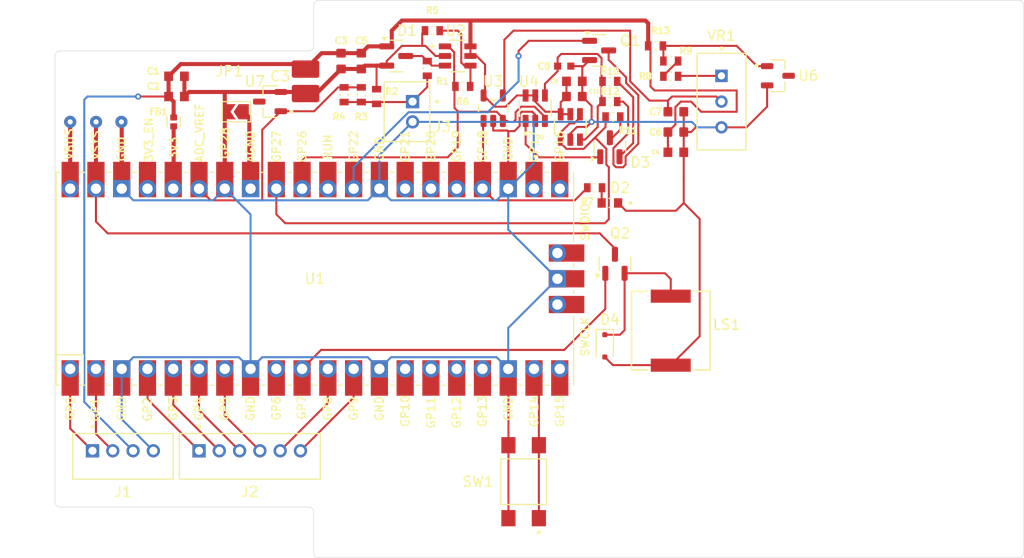
<source format=kicad_pcb>
(kicad_pcb (version 20240108) (generator "pcbnew") (generator_version "8.0")
  (layers (0 "F.Cu" signal) (31 "B.Cu" signal) (34 "B.Paste" user) (35 "F.Paste" user) (36 "B.SilkS" user "B.Silkscreen") (37 "F.SilkS" user "F.Silkscreen") (38 "B.Mask" user) (39 "F.Mask" user) (44 "Edge.Cuts" user))
  (net 0 "")
  (net 5 "unconnected-(U1-VBUS-Pad40)")
  (net 17 "GND")
  (net 26 "+5V")
  (net 32 "TX")
  (net 33 "SCL")
  (net 34 "RX")
  (net 35 "RST")
  (net 36 "UART1RX")
  (net 37 "INT")
  (net 38 "SDA")
  (net 39 "Net-(JP1-A)")
  (net 40 "TCKR")
  (net 41 "PEAK")
  (net 42 "SCK")
  (net 43 "UART1TX")
  (net 44 "SIG")
  (net 45 "CS")
  (net 46 "VREF")
  (net 47 "Net-(U1-3V3)")
  (net 48 "VCC")
  (net 49 "Net-(U3-IN-)")
  (net 50 "Net-(U4--IN)")
  (net 51 "Net-(D1-COM)")
  (net 52 "Net-(D2-PadA)")
  (net 53 "Net-(D3-A)")
  (net 54 "Net-(D3-K)")
  (net 55 "Net-(D3-COM)")
  (net 56 "Net-(D4-K)")
  (net 57 "ANODE")
  (net 58 "Net-(Q1-D)")
  (net 59 "Net-(U2--IN)")
  (net 60 "Net-(R8-Pad2)")
  (net 61 "Net-(VR1-CCW)")
  (net 62 "VREF1")
  (net 63 "Net-(U1-GPIO14)")
  (footprint "OPA357AIDBVR:SOT95P280X145-6N" (layer "F.Cu") (at 135.345 68.65 90)
    (property "Reference" "U4")
    (property "Value" "OPA357AIDBVR" (hide yes))
  )
  (footprint "B4B-PH-K-S_LF__SN_:JST_B4B-PH-K-S(LF)(SN)" (layer "F.Cu") (at 94.7 103 180)
    (property "Reference" "J1")
    (property "Value" "*")
  )
  (footprint "ERJ3EKF2103V:RES_ERJ3EKF2103V" (layer "F.Cu") (at 128.2 66.5 180)
    (property "Reference" "R6")
    (property "Value" "2.1k" (hide yes))
  )
  (footprint "ERJ3EKF2103V:RES_ERJ3EKF2103V" (layer "F.Cu") (at 124.7 64.725 90)
    (property "Reference" "R1")
    (property "Value" "100R" (hide yes))
  )
  (footprint "ERJ3EKF2103V:RES_ERJ3EKF2103V" (layer "F.Cu") (at 125.2 61)
    (property "Reference" "R5")
    (property "Value" "1k" (hide yes))
  )
  (footprint "ACML-0402HC-301-T:BEADC1005X65N" (layer "F.Cu") (at 99.7 70 90)
    (property "Reference" "FB1")
    (property "Value" "ACML-0402HC-301-T" (hide yes))
  )
  (footprint "LM4040AIM3-3_0-T:SOT95P237X112-3N" (layer "F.Cu") (at 159.26 65.45)
    (property "Reference" "U6")
    (property "Value" "LM4040AIM3-3.0+T" (hide yes))
  )
  (footprint "3296W-1-503LF:TRIM_3296W-1-503LF" (layer "F.Cu") (at 153.7 68 -90)
    (property "Reference" "VR1")
    (property "Value" "50k" (hide yes))
  )
  (footprint "CL10A226MP8NUNE:CAPC1608X90N" (layer "F.Cu") (at 139.2 66)
    (property "Reference" "C9")
    (property "Value" "22uF" (hide yes))
  )
  (footprint "ERJ3EKF2103V:RES_ERJ3EKF2103V" (layer "F.Cu") (at 148.7 65.5 180)
    (property "Reference" "R8")
    (property "Value" "210k" (hide yes))
  )
  (footprint "ERJ3EKF2103V:RES_ERJ3EKF2103V" (layer "F.Cu") (at 116.5 67.32 90)
    (property "Reference" "R4")
    (property "Value" "210k" (hide yes))
  )
  (footprint "CL10B104KC8NNNC:CAPC1608X90N" (layer "F.Cu") (at 139.2 67.5 180)
    (property "Reference" "C10")
    (property "Value" "100n" (hide yes))
  )
  (footprint "CL10B104KC8NNNC:CAPC1608X90N" (layer "F.Cu") (at 116.2 64 90)
    (property "Reference" "C3")
    (property "Value" "100n" (hide yes))
  )
  (footprint "ERJ3EKF2103V:RES_ERJ3EKF2103V" (layer "F.Cu") (at 147.2 62.5 180)
    (property "Reference" "R13")
    (property "Value" "1k" (hide yes))
  )
  (footprint "B2B-PH-K-S_LF__SN_:JST_B2B-PH-K-S(LF)(SN)" (layer "F.Cu") (at 122.7 69 90)
    (property "Reference" "J3")
    (property "Value" "*" (hide yes))
  )
  (footprint "Package_TO_SOT_SMD:SOT-23" (layer "F.Cu") (at 121.6375 63.5)
    (property "Reference" "D1")
    (property "Value" "BAT54S" (hide yes))
  )
  (footprint "Jumper:SolderJumper-2_P1.3mm_Open_TrianglePad1.0x1.5mm" (layer "F.Cu") (at 105.885 69 180)
    (property "Reference" "JP1")
    (property "Value" "~" (hide yes))
  )
  (footprint "CL10B104KC8NNNC:CAPC1608X90N" (layer "F.Cu") (at 149.2 69)
    (property "Reference" "C7")
    (property "Value" "100n" (hide yes))
  )
  (footprint "ERJ3EKF2103V:RES_ERJ3EKF2103V" (layer "F.Cu") (at 142.7 66 180)
    (property "Reference" "R10")
    (property "Value" "100R")
  )
  (footprint "CL10A226MP8NUNE:CAPC1608X90N" (layer "F.Cu") (at 99.98 65.5)
    (property "Reference" "C1")
    (property "Value" "22uF")
  )
  (footprint "B6B-PH-K-S_LF__SN_:JST_B6B-PH-K-S(LF)(SN)" (layer "F.Cu") (at 107.2 103 180)
    (property "Reference" "J2")
    (property "Value" "*")
  )
  (footprint "ERJ3EKF2103V:RES_ERJ3EKF2103V" (layer "F.Cu") (at 118.2 67.32 90)
    (property "Reference" "R3")
    (property "Value" "210k" (hide yes))
  )
  (footprint "CL10B104KC8NNNC:CAPC1608X90N" (layer "F.Cu") (at 118.2 64 90)
    (property "Reference" "C5")
    (property "Value" "100n" (hide yes))
  )
  (footprint "AST0760MCTRQ:AST0760_MAL" (layer "F.Cu") (at 148.7 90.6 -90)
    (property "Reference" "LS1")
    (property "Value" "AST0760MCTRQ (6kHz)" (hide yes))
  )
  (footprint "ERJ3EKF2103V:RES_ERJ3EKF2103V" (layer "F.Cu") (at 142.7 68)
    (property "Reference" "R12")
    (property "Value" "1k")
  )
  (footprint "ECHU1C471JX5:CAP_ECHU1C471JX5" (layer "F.Cu") (at 138.2 64.5 180)
    (property "Reference" "C8")
    (property "Value" "470p" (hide yes))
  )
  (footprint "CL10A226MP8NUNE:CAPC1608X90N" (layer "F.Cu") (at 149.2 73)
    (property "Reference" "C4")
    (property "Value" "22uF" (hide yes))
  )
  (footprint "RP PICO:RPi_Pico_SMD_TH" (layer "F.Cu") (at 113.63 85.48 90)
    (property "Reference" "U1")
    (property "Value" "Pico 2")
  )
  (footprint "Diode_SMD:D_SOD-323F" (layer "F.Cu") (at 142.2 92.1 -90)
    (property "Reference" "D4")
    (property "Value" "PMEG4010BEA,115" (hide yes))
  )
  (footprint "TLV3201AIDBVR:SOT95P280X145-5N" (layer "F.Cu") (at 131.2 68.65 90)
    (property "Reference" "U3")
    (property "Value" "TLV3201AIDBVR" (hide yes))
  )
  (footprint "LM4040AIM3-3_0-T:SOT95P237X112-3N" (layer "F.Cu") (at 109.2 68 180)
    (property "Reference" "U7")
    (property "Value" "LM4040AIM3-3.0+T" (hide yes))
  )
  (footprint "ERJ3EKF2103V:RES_ERJ3EKF2103V" (layer "F.Cu") (at 119.7 67.5 -90)
    (property "Reference" "R2")
    (property "Value" "1k")
  )
  (footprint "OPA357AIDBVR:SOT95P280X145-6N" (layer "F.Cu") (at 127.7 63.5)
    (property "Reference" "U2")
    (property "Value" "OPA357AIDBVR" (hide yes))
  )
  (footprint "ERJ3EKF2103V:RES_ERJ3EKF2103V" (layer "F.Cu") (at 148.7 64)
    (property "Reference" "R9")
    (property "Value" "210k" (hide yes))
  )
  (footprint "VARC3224X170N:VARC3224X170N" (layer "F.Cu") (at 112.7 66 -90)
    (property "Reference" "C3")
    (property "Value" "100nF" (hide yes))
  )
  (footprint "Package_TO_SOT_SMD:SOT-23" (layer "F.Cu") (at 142.7 72.5 90)
    (property "Reference" "D3")
    (property "Value" "BAT54S" (hide yes))
  )
  (footprint "LTST-C190KGKT:LEDC1608X35N" (layer "F.Cu") (at 142.7 78 180)
    (property "Reference" "D2")
    (property "Value" "LTST-C190KGKT" (hide yes))
  )
  (footprint "Package_TO_SOT_SMD:SOT-23" (layer "F.Cu") (at 143.2 84 90)
    (property "Reference" "Q2")
    (property "Value" "2N7002" (hide yes))
  )
  (footprint "SW_TL3305AF160QG:SW_TL3305AF160QG" (layer "F.Cu") (at 134.2 105.5 90)
    (property "Reference" "SW1")
    (property "Value" "*")
  )
  (footprint "ERJ3EKF2103V:RES_ERJ3EKF2103V" (layer "F.Cu") (at 141.2 76.5 180)
    (property "Reference" "R7")
    (property "Value" "1k")
  )
  (footprint "OPA357AIDBVR:SOT95P280X145-6N" (layer "F.Cu") (at 138.8 70.5 90)
    (property "Reference" "U5")
    (property "Value" "OPA357AIDBVR" (hide yes))
  )
  (footprint "CL10B104KC8NNNC:CAPC1608X90N" (layer "F.Cu") (at 149.2 71 180)
    (property "Reference" "C6")
    (property "Value" "100n" (hide yes))
  )
  (footprint "Package_TO_SOT_SMD:SOT-23" (layer "F.Cu") (at 141.6375 62.95)
    (property "Reference" "Q1")
    (property "Value" "2N7002" (hide yes))
  )
  (footprint "CL10A226MP8NUNE:CAPC1608X90N" (layer "F.Cu") (at 99.98 67.5)
    (property "Reference" "C2")
    (property "Value" "22uF")
  )
  (footprint "ERJ3EKF2103V:RES_ERJ3EKF2103V" (layer "F.Cu") (at 143 69.5 180)
    (property "Reference" "R11")
    (property "Value" "10k" (hide yes))
  )
  (gr_line (start 183 113) (end 114 113) (stroke (width 0.05)) (layer "Edge.Cuts"))
  (gr_arc (start 113.5 58.5) (mid 113.646447 58.146447) (end 114 58) (stroke (width 0.05)) (layer "Edge.Cuts"))
  (gr_line (start 113 108) (end 88.5 108) (stroke (width 0.05)) (layer "Edge.Cuts"))
  (gr_line (start 114 58) (end 183 58) (stroke (width 0.05)) (layer "Edge.Cuts"))
  (gr_arc (start 183 58) (mid 183.353553 58.146447) (end 183.5 58.5) (stroke (width 0.05)) (layer "Edge.Cuts"))
  (gr_line (start 88.5 63) (end 113 63) (stroke (width 0.05)) (layer "Edge.Cuts"))
  (gr_line (start 113.5 62.5) (end 113.5 58.5) (stroke (width 0.05)) (layer "Edge.Cuts"))
  (gr_arc (start 183.5 112.5) (mid 183.353553 112.853553) (end 183 113) (stroke (width 0.05)) (layer "Edge.Cuts"))
  (gr_arc (start 113 108) (mid 113.353553 108.146447) (end 113.5 108.5) (stroke (width 0.05)) (layer "Edge.Cuts"))
  (gr_arc (start 113.5 62.5) (mid 113.353553 62.853553) (end 113 63) (stroke (width 0.05)) (layer "Edge.Cuts"))
  (gr_line (start 183.5 58.5) (end 183.5 112.5) (stroke (width 0.05)) (layer "Edge.Cuts"))
  (gr_arc (start 114 113) (mid 113.646447 112.853553) (end 113.5 112.5) (stroke (width 0.05)) (layer "Edge.Cuts"))
  (gr_arc (start 88 63.5) (mid 88.146447 63.146447) (end 88.5 63) (stroke (width 0.05)) (layer "Edge.Cuts"))
  (gr_arc (start 88.5 108) (mid 88.146447 107.853553) (end 88 107.5) (stroke (width 0.05)) (layer "Edge.Cuts"))
  (gr_line (start 113.5 112.5) (end 113.5 108.5) (stroke (width 0.05)) (layer "Edge.Cuts"))
  (gr_line (start 88 107.5) (end 88 63.5) (stroke (width 0.05)) (layer "Edge.Cuts"))
  (segment (start 89.5 76.59) (end 89.5 70.2) (width 0.4) (layer "F.Cu") (net 5))
  (segment (start 89.5 70.2) (end 89.7 70) (width 0.2) (layer "F.Cu") (net 5))
  (via (at 89.5 70) (size 1.2) (drill 0.5) (layers "F.Cu" "B.Cu") (net 5))
  (segment (start 124.519724 62.5) (end 125.519724 63.5) (width 0.2) (layer "F.Cu") (net 17))
  (segment (start 112.7 67.205) (end 113.775 67.205) (width 0.2) (layer "F.Cu") (net 17))
  (segment (start 101.21 67.05) (end 100.76 67.5) (width 0.4) (layer "F.Cu") (net 17))
  (segment (start 132.7 76.57) (end 132.68 76.59) (width 0.2) (layer "F.Cu") (net 17))
  (segment (start 104.74 67.09) (end 104.7 67.05) (width 0.4) (layer "F.Cu") (net 17))
  (segment (start 151.16 70.54) (end 153.7 70.54) (width 0.2) (layer "F.Cu") (net 17))
  (segment (start 132.7 101.9) (end 132.7 94.39) (width 0.2) (layer "F.Cu") (net 17))
  (segment (start 143 94) (end 148.6964 94) (width 0.2) (layer "F.Cu") (net 17))
  (segment (start 149.98 78) (end 149.98 75.52) (width 0.2) (layer "F.Cu") (net 17))
  (segment (start 139.450001 70.5) (end 140.4 70.5) (width 0.2) (layer "F.Cu") (net 17))
  (segment (start 133.288474 70.911526) (end 133.805 70.395) (width 0.2) (layer "F.Cu") (net 17))
  (segment (start 140.1 64.5) (end 140.7 63.9) (width 0.2) (layer "F.Cu") (net 17))
  (segment (start 132.586948 70.855) (end 132.68 70.948052) (width 0.2) (layer "F.Cu") (net 17))
  (segment (start 131.2 70.05) (end 131.2 70.855) (width 0.2) (layer "F.Cu") (net 17))
  (segment (start 151.5513 91.1523) (end 151.5513 79.5713) (width 0.2) (layer "F.Cu") (net 17))
  (segment (start 156.16 70.54) (end 153.7 70.54) (width 0.2) (layer "F.Cu") (net 17))
  (segment (start 120.7 63.996948) (end 122.196948 62.5) (width 0.2) (layer "F.Cu") (net 17))
  (segment (start 131.7 70.855) (end 132.586948 70.855) (width 0.2) (layer "F.Cu") (net 17))
  (segment (start 158.2 66.4) (end 158.2 68.5) (width 0.2) (layer "F.Cu") (net 17))
  (segment (start 138.85 64.5) (end 140.1 64.5) (width 0.2) (layer "F.Cu") (net 17))
  (segment (start 104.74 76.59) (end 104.74 67.09) (width 0.4) (layer "F.Cu") (net 17))
  (segment (start 138.8 71.755) (end 138.8 71.150001) (width 0.2) (layer "F.Cu") (net 17))
  (segment (start 143.51 78) (end 144.275 78.765) (width 0.2) (layer "F.Cu") (net 17))
  (segment (start 94.58 76.59) (end 94.58 70.12) (width 0.4) (layer "F.Cu") (net 17))
  (segment (start 140.9 70) (end 140.9 68.42) (width 0.2) (layer "F.Cu") (net 17))
  (segment (start 158.2 68.5) (end 156.16 70.54) (width 0.2) (layer "F.Cu") (net 17))
  (segment (start 113.775 67.205) (end 116.2 64.78) (width 0.4) (layer "F.Cu") (net 17))
  (segment (start 100.76 67.5) (end 100.76 65.5) (width 0.4) (layer "F.Cu") (net 17))
  (segment (start 94.58 70.12) (end 94.7 70) (width 0.2) (layer "F.Cu") (net 17))
  (segment (start 135.044999 69) (end 135.345 69.300001) (width 0.2) (layer "F.Cu") (net 17))
  (segment (start 124.2 62.5) (end 124.519724 62.5) (width 0.2) (layer "F.Cu") (net 17))
  (segment (start 139.98 66) (end 139.98 64.62) (width 0.2) (layer "F.Cu") (net 17))
  (segment (start 149.215 78.765) (end 149.98 78) (width 0.2) (layer "F.Cu") (net 17))
  (segment (start 118.53 64.45) (end 118.2 64.78) (width 0.2) (layer "F.Cu") (net 17))
  (segment (start 139.98 67.5) (end 139.98 66) (width 0.2) (layer "F.Cu") (net 17))
  (segment (start 132.7 94.39) (end 132.68 94.37) (width 0.2) (layer "F.Cu") (net 17))
  (segment (start 122.196948 62.5) (end 124.2 62.5) (width 0.2) (layer "F.Cu") (net 17))
  (segment (start 134.021198 69) (end 135.044999 69) (width 0.2) (layer "F.Cu") (net 17))
  (segment (start 132.643474 70.911526) (end 133.288474 70.911526) (width 0.2) (layer "F.Cu") (net 17))
  (segment (start 148.7 94.0036) (end 151.5513 91.1523) (width 0.2) (layer "F.Cu") (net 17))
  (segment (start 125.519724 63.5) (end 126.445 63.5) (width 0.2) (layer "F.Cu") (net 17))
  (segment (start 149.98 73) (end 149.98 75.52) (width 0.2) (layer "F.Cu") (net 17))
  (segment (start 110.26 67.05) (end 101.21 67.05) (width 0.4) (layer "F.Cu") (net 17))
  (segment (start 150.7 71) (end 151.16 70.54) (width 0.2) (layer "F.Cu") (net 17))
  (segment (start 132.7 109.1) (end 132.7 101.9) (width 0.2) (layer "F.Cu") (net 17))
  (segment (start 149.98 73) (end 149.98 69) (width 0.2) (layer "F.Cu") (net 17))
  (segment (start 135.345 69.300001) (end 135.345 69.905) (width 0.2) (layer "F.Cu") (net 17))
  (segment (start 151.5513 79.5713) (end 149.98 78) (width 0.2) (layer "F.Cu") (net 17))
  (segment (start 140.4 70.5) (end 140.9 70) (width 0.2) (layer "F.Cu") (net 17))
  (segment (start 131.2 70.855) (end 132.586948 70.855) (width 0.2) (layer "F.Cu") (net 17))
  (segment (start 140.9 68.42) (end 139.98 67.5) (width 0.2) (layer "F.Cu") (net 17))
  (segment (start 149.98 73.28) (end 150.01 73.31) (width 0.2) (layer "F.Cu") (net 17))
  (segment (start 133.2 76.07) (end 132.68 76.59) (width 0.2) (layer "F.Cu") (net 17))
  (segment (start 138.8 71.150001) (end 139.450001 70.5) (width 0.2) (layer "F.Cu") (net 17))
  (segment (start 133.805 70.395) (end 133.805 69.216198) (width 0.2) (layer "F.Cu") (net 17))
  (segment (start 119.7 64.45) (end 118.53 64.45) (width 0.4) (layer "F.Cu") (net 17))
  (segment (start 133.805 69.216198) (end 134.021198 69) (width 0.2) (layer "F.Cu") (net 17))
  (segment (start 142.2 93.2) (end 143 94) (width 0.2) (layer "F.Cu") (net 17))
  (segment (start 119.7 66.775) (end 119.7 64.45) (width 0.2) (layer "F.Cu") (net 17))
  (segment (start 110.26 67.05) (end 112.545 67.05) (width 0.4) (layer "F.Cu") (net 17))
  (segment (start 124.2 62.5) (end 124.2 61.275) (width 0.2) (layer "F.Cu") (net 17))
  (segment (start 132.68 70.948052) (end 132.68 76.59) (width 0.2) (layer "F.Cu") (net 17))
  (segment (start 148.6964 94) (end 148.7 94.0036) (width 0.2) (layer "F.Cu") (net 17))
  (segment (start 149.98 73) (end 149.98 73.28) (width 0.2) (layer "F.Cu") (net 17))
  (segment (start 120.7 64.45) (end 120.7 63.996948) (width 0.2) (layer "F.Cu") (net 17))
  (segment (start 112.545 67.05) (end 112.7 67.205) (width 0.2) (layer "F.Cu") (net 17))
  (segment (start 144.275 78.765) (end 149.215 78.765) (width 0.2) (layer "F.Cu") (net 17))
  (segment (start 118.2 64.78) (end 116.2 64.78) (width 0.4) (layer "F.Cu") (net 17))
  (segment (start 139.98 64.62) (end 140.1 64.5) (width 0.2) (layer "F.Cu") (net 17))
  (segment (start 137.53 85.48) (end 139.09 85.48) (width 0.2) (layer "F.Cu") (net 17))
  (segment (start 120.7 64.45) (end 119.7 64.45) (width 0.4) (layer "F.Cu") (net 17))
  (segment (start 149.98 71) (end 150.7 71) (width 0.2) (layer "F.Cu") (net 17))
  (via (at 140.9 70) (size 0.6) (drill 0.3) (layers "F.Cu" "B.Cu") (net 17))
  (via (at 94.55 70) (size 1.2) (drill 0.5) (layers "F.Cu" "B.Cu") (net 17))
  (segment (start 104.74 76.59) (end 103.59 77.74) (width 0.2) (layer "B.Cu") (net 17))
  (segment (start 119.98 76.59) (end 121.13 77.74) (width 0.2) (layer "B.Cu") (net 17))
  (segment (start 132.68 90.33) (end 132.68 94.37) (width 0.2) (layer "B.Cu") (net 17))
  (segment (start 132.68 94.37) (end 131.53 93.22) (width 0.2) (layer "B.Cu") (net 17))
  (segment (start 135.2 70) (end 150.78 70) (width 0.2) (layer "B.Cu") (net 17))
  (segment (start 118.83 93.22) (end 108.43 93.22) (width 0.2) (layer "B.Cu") (net 17))
  (segment (start 107.28 79.13) (end 104.74 76.59) (width 0.2) (layer "B.Cu") (net 17))
  (segment (start 135.2 74.07) (end 135.2 70) (width 0.2) (layer "B.Cu") (net 17))
  (segment (start 151.32 70.54) (end 153.7 70.54) (width 0.2) (layer "B.Cu") (net 17))
  (segment (start 137.53 85.48) (end 132.68 90.33) (width 0.2) (layer "B.Cu") (net 17))
  (segment (start 150.78 70) (end 151.32 70.54) (width 0.2) (layer "B.Cu") (net 17))
  (segment (start 132.68 76.59) (end 135.2 74.07) (width 0.2) (layer "B.Cu") (net 17))
  (segment (start 94.58 94.37) (end 94.58 99.33) (width 0.2) (layer "B.Cu") (net 17))
  (segment (start 123.25 70) (end 135.2 70) (width 0.2) (layer "B.Cu") (net 17))
  (segment (start 107.28 94.37) (end 106.13 93.22) (width 0.2) (layer "B.Cu") (net 17))
  (segment (start 131.53 77.74) (end 132.68 76.59) (width 0.2) (layer "B.Cu") (net 17))
  (segment (start 118.83 77.74) (end 119.98 76.59) (width 0.2) (layer "B.Cu") (net 17))
  (segment (start 131.53 93.22) (end 121.13 93.22) (width 0.2) (layer "B.Cu") (net 17))
  (segment (start 137.53 85.48) (end 132.68 80.63) (width 0.2) (layer "B.Cu") (net 17))
  (segment (start 94.58 99.33) (end 97.7 102.45) (width 0.2) (layer "B.Cu") (net 17))
  (segment (start 121.13 77.74) (end 131.53 77.74) (width 0.2) (layer "B.Cu") (net 17))
  (segment (start 132.68 80.63) (end 132.68 76.59) (width 0.2) (layer "B.Cu") (net 17))
  (segment (start 95.73 93.22) (end 94.58 94.37) (width 0.2) (layer "B.Cu") (net 17))
  (segment (start 119.98 94.37) (end 118.83 93.22) (width 0.2) (layer "B.Cu") (net 17))
  (segment (start 103.59 77.74) (end 95.73 77.74) (width 0.2) (layer "B.Cu") (net 17))
  (segment (start 106.13 93.22) (end 95.73 93.22) (width 0.2) (layer "B.Cu") (net 17))
  (segment (start 108.43 93.22) (end 107.28 94.37) (width 0.2) (layer "B.Cu") (net 17))
  (segment (start 137.53 85.48) (end 136.38 84.33) (width 0.2) (layer "B.Cu") (net 17))
  (segment (start 95.73 77.74) (end 94.58 76.59) (width 0.2) (layer "B.Cu") (net 17))
  (segment (start 121.13 93.22) (end 119.98 94.37) (width 0.2) (layer "B.Cu") (net 17))
  (segment (start 104.74 76.59) (end 105.89 77.74) (width 0.2) (layer "B.Cu") (net 17))
  (segment (start 105.89 77.74) (end 118.83 77.74) (width 0.2) (layer "B.Cu") (net 17))
  (segment (start 119.98 76.59) (end 119.98 73.27) (width 0.2) (layer "B.Cu") (net 17))
  (segment (start 119.98 73.27) (end 123.25 70) (width 0.2) (layer "B.Cu") (net 17))
  (segment (start 107.28 94.37) (end 107.28 79.13) (width 0.2) (layer "B.Cu") (net 17))
  (segment (start 92.04 76.59) (end 92.04 70.16) (width 0.4) (layer "F.Cu") (net 26))
  (segment (start 93.2 81) (end 92.04 79.84) (width 0.2) (layer "F.Cu") (net 26))
  (segment (start 143.2 83.0625) (end 143.2 82.5) (width 0.2) (layer "F.Cu") (net 26))
  (segment (start 92.04 79.84) (end 92.04 76.59) (width 0.2) (layer "F.Cu") (net 26))
  (segment (start 92.04 70.16) (end 92.2 70) (width 0.2) (layer "F.Cu") (net 26))
  (segment (start 141.7 81) (end 93.2 81) (width 0.2) (layer "F.Cu") (net 26))
  (segment (start 143.2 82.5) (end 141.7 81) (width 0.2) (layer "F.Cu") (net 26))
  (via (at 92.05 70) (size 1.2) (drill 0.5) (layers "F.Cu" "B.Cu") (net 26))
  (segment (start 103.64 102.45) (end 104.2 102.45) (width 0.2) (layer "F.Cu") (net 32))
  (segment (start 99.66 97.91) (end 99.66 94.37) (width 0.2) (layer "F.Cu") (net 32))
  (segment (start 104.2 102.45) (end 99.66 97.91) (width 0.2) (layer "F.Cu") (net 32))
  (segment (start 92.04 100.79) (end 92.04 94.37) (width 0.2) (layer "F.Cu") (net 33))
  (segment (start 93.7 102.45) (end 92.04 100.79) (width 0.2) (layer "F.Cu") (net 33))
  (segment (start 106.2 102.45) (end 102.2 98.45) (width 0.2) (layer "F.Cu") (net 34))
  (segment (start 102.2 98.45) (end 102.2 94.37) (width 0.2) (layer "F.Cu") (net 34))
  (segment (start 133.7 63.5) (end 133.7 63) (width 0.2) (layer "F.Cu") (net 35))
  (segment (start 134.7 62) (end 140.7 62) (width 0.2) (layer "F.Cu") (net 35))
  (segment (start 133.7 63) (end 134.7 62) (width 0.2) (layer "F.Cu") (net 35))
  (via (at 133.7 63.5) (size 0.6) (drill 0.3) (layers "F.Cu" "B.Cu") (net 35))
  (segment (start 117.44 74.46084) (end 117.44 76.59) (width 0.2) (layer "B.Cu") (net 35))
  (segment (start 122.85484 69.046) (end 117.44 74.46084) (width 0.2) (layer "B.Cu") (net 35))
  (segment (start 130.654 69.046) (end 122.85484 69.046) (width 0.2) (layer "B.Cu") (net 35))
  (segment (start 133.7 66) (end 130.654 69.046) (width 0.2) (layer "B.Cu") (net 35))
  (segment (start 133.7 63.5) (end 133.7 66) (width 0.2) (layer "B.Cu") (net 35))
  (segment (start 112.2 102.45) (end 117.44 97.21) (width 0.2) (layer "F.Cu") (net 36))
  (segment (start 117.44 97.21) (end 117.44 94.37) (width 0.2) (layer "F.Cu") (net 36))
  (segment (start 140.475 76.5) (end 139.235 77.74) (width 0.2) (layer "F.Cu") (net 37))
  (segment (start 130.2 70.1) (end 130.2 76.53) (width 0.2) (layer "F.Cu") (net 37))
  (segment (start 130.14 75.03) (end 130.14 76.59) (width 0.2) (layer "F.Cu") (net 37))
  (segment (start 130.395 69.905) (end 130.2 70.1) (width 0.2) (layer "F.Cu") (net 37))
  (segment (start 130.2 76.53) (end 130.14 76.59) (width 0.2) (layer "F.Cu") (net 37))
  (segment (start 139.235 77.74) (end 131.29 77.74) (width 0.2) (layer "F.Cu") (net 37))
  (segment (start 131.29 77.74) (end 130.14 76.59) (width 0.2) (layer "F.Cu") (net 37))
  (segment (start 89.5 100.25) (end 89.5 94.37) (width 0.2) (layer "F.Cu") (net 38))
  (segment (start 91.7 102.45) (end 89.5 100.25) (width 0.2) (layer "F.Cu") (net 38))
  (segment (start 107.28 76.59) (end 107.16 76.47) (width 0.2) (layer "F.Cu") (net 39))
  (segment (start 107.16 69.55) (end 106.61 69) (width 0.4) (layer "F.Cu") (net 39))
  (segment (start 107.16 76.47) (end 107.16 69.55) (width 0.4) (layer "F.Cu") (net 39))
  (segment (start 142.25 84.9375) (end 142.25 88.45) (width 0.2) (layer "F.Cu") (net 40))
  (segment (start 142.25 88.45) (end 138.2 92.5) (width 0.2) (layer "F.Cu") (net 40))
  (segment (start 114.23 92.5) (end 112.36 94.37) (width 0.2) (layer "F.Cu") (net 40))
  (segment (start 138.2 92.5) (end 114.23 92.5) (width 0.2) (layer "F.Cu") (net 40))
  (segment (start 139.75 69.573802) (end 139.75 69.245) (width 0.2) (layer "F.Cu") (net 41))
  (segment (start 142.35 74.215552) (end 142.35 72.659448) (width 0.2) (layer "F.Cu") (net 41))
  (segment (start 141.332453 71.641901) (end 141.141901 71.641901) (width 0.2) (layer "F.Cu") (net 41))
  (segment (start 142.275 70.508802) (end 142.275 69.5) (width 0.2) (layer "F.Cu") (net 41))
  (segment (start 137.85 71.755) (end 137.85 71.038099) (width 0.2) (layer "F.Cu") (net 41))
  (segment (start 137.85 71.755) (end 137.85 72.083802) (width 0.2) (layer "F.Cu") (net 41))
  (segment (start 142.35 72.659448) (end 141.332453 71.641901) (width 0.2) (layer "F.Cu") (net 41))
  (segment (start 137.85 72.083802) (end 138.426198 72.66) (width 0.2) (layer "F.Cu") (net 41))
  (segment (start 137.85 71.038099) (end 138.738099 70.15) (width 0.2) (layer "F.Cu") (net 41))
  (segment (start 109.82 79.12) (end 110.7 80) (width 0.2) (layer "F.Cu") (net 41))
  (segment (start 138.738099 70.15) (end 139.173802 70.15) (width 0.2) (layer "F.Cu") (net 41))
  (segment (start 142.2 80) (end 142.595 79.605) (width 0.2) (layer "F.Cu") (net 41))
  (segment (start 142.595 79.605) (end 142.595 74.460552) (width 0.2) (layer "F.Cu") (net 41))
  (segment (start 138.426198 72.66) (end 140.123802 72.66) (width 0.2) (layer "F.Cu") (net 41))
  (segment (start 142.595 74.460552) (end 142.35 74.215552) (width 0.2) (layer "F.Cu") (net 41))
  (segment (start 110.7 80) (end 142.2 80) (width 0.2) (layer "F.Cu") (net 41))
  (segment (start 140.123802 72.66) (end 142.275 70.508802) (width 0.2) (layer "F.Cu") (net 41))
  (segment (start 109.82 76.59) (end 109.82 79.12) (width 0.2) (layer "F.Cu") (net 41))
  (segment (start 139.173802 70.15) (end 139.75 69.573802) (width 0.2) (layer "F.Cu") (net 41))
  (segment (start 97.12 97.37) (end 97.12 94.37) (width 0.2) (layer "F.Cu") (net 42))
  (segment (start 102.2 102.45) (end 97.12 97.37) (width 0.2) (layer "F.Cu") (net 42))
  (segment (start 110.2 102.45) (end 114.9 97.75) (width 0.2) (layer "F.Cu") (net 43))
  (segment (start 114.9 97.75) (end 114.9 94.37) (width 0.2) (layer "F.Cu") (net 43))
  (segment (start 126.7 73.5) (end 127.7 72.5) (width 0.2) (layer "F.Cu") (net 44))
  (segment (start 127.761544 69) (end 131.536948 69) (width 0.2) (layer "F.Cu") (net 44))
  (segment (start 112.36 76.59) (end 112.36 73.84) (width 0.2) (layer "F.Cu") (net 44))
  (segment (start 112.7 73.5) (end 126.7 73.5) (width 0.2) (layer "F.Cu") (net 44))
  (segment (start 127.35 63.126198) (end 126.773802 62.55) (width 0.2) (layer "F.Cu") (net 44))
  (segment (start 127.730772 68.969228) (end 127.761544 69) (width 0.2) (layer "F.Cu") (net 44))
  (segment (start 132.15 69.613052) (end 132.15 69.905) (width 0.2) (layer "F.Cu") (net 44))
  (segment (start 136.295 69.515685) (end 136.295 69.905) (width 0.2) (layer "F.Cu") (net 44))
  (segment (start 132.586948 69.905) (end 132.681948 70) (width 0.2) (layer "F.Cu") (net 44))
  (segment (start 133.2 70) (end 133.405 69.795) (width 0.2) (layer "F.Cu") (net 44))
  (segment (start 127.7 69) (end 127.730772 68.969228) (width 0.2) (layer "F.Cu") (net 44))
  (segment (start 127.38 68.618456) (end 127.38 66.5) (width 0.2) (layer "F.Cu") (net 44))
  (segment (start 127.730772 68.969228) (end 127.38 68.618456) (width 0.2) (layer "F.Cu") (net 44))
  (segment (start 127.35 66.85) (end 127.35 63.126198) (width 0.2) (layer "F.Cu") (net 44))
  (segment (start 135.279315 68.5) (end 136.295 69.515685) (width 0.2) (layer "F.Cu") (net 44))
  (segment (start 133.405 69.795) (end 133.405 69.050512) (width 0.2) (layer "F.Cu") (net 44))
  (segment (start 131.536948 69) (end 132.15 69.613052) (width 0.2) (layer "F.Cu") (net 44))
  (segment (start 133.955512 68.5) (end 135.279315 68.5) (width 0.2) (layer "F.Cu") (net 44))
  (segment (start 133.405 69.050512) (end 133.955512 68.5) (width 0.2) (layer "F.Cu") (net 44))
  (segment (start 112.36 73.84) (end 112.7 73.5) (width 0.2) (layer "F.Cu") (net 44))
  (segment (start 132.15 69.905) (end 132.586948 69.905) (width 0.2) (layer "F.Cu") (net 44))
  (segment (start 126.573802 62.55) (end 126.245 62.55) (width 0.2) (layer "F.Cu") (net 44))
  (segment (start 132.681948 70) (end 133.2 70) (width 0.2) (layer "F.Cu") (net 44))
  (segment (start 127.7 72.5) (end 127.7 69) (width 0.2) (layer "F.Cu") (net 44))
  (segment (start 108.2 102.45) (end 104.74 98.99) (width 0.2) (layer "F.Cu") (net 45))
  (segment (start 104.74 98.99) (end 104.74 94.37) (width 0.2) (layer "F.Cu") (net 45))
  (segment (start 103.35 77.74) (end 108.43 77.74) (width 0.2) (layer "F.Cu") (net 46))
  (segment (start 113.55 68.95) (end 110.26 68.95) (width 0.2) (layer "F.Cu") (net 46))
  (segment (start 108.43 77.74) (end 108.43 70.78) (width 0.2) (layer "F.Cu") (net 46))
  (segment (start 118.2 66.595) (end 115.905 66.595) (width 0.2) (layer "F.Cu") (net 46))
  (segment (start 108.43 70.78) (end 110.26 68.95) (width 0.2) (layer "F.Cu") (net 46))
  (segment (start 102.2 76.59) (end 103.35 77.74) (width 0.2) (layer "F.Cu") (net 46))
  (segment (start 115.905 66.595) (end 113.55 68.95) (width 0.2) (layer "F.Cu") (net 46))
  (segment (start 99.7 76.55) (end 99.7 70.435) (width 0.4) (layer "F.Cu") (net 47))
  (segment (start 99.2 76.13) (end 99.66 76.59) (width 0.2) (layer "F.Cu") (net 47))
  (segment (start 99.66 76.59) (end 99.7 76.55) (width 0.2) (layer "F.Cu") (net 47))
  (segment (start 137.85 69.245) (end 137.85 68.07) (width 0.2) (layer "F.Cu") (net 48))
  (segment (start 130.395 67.54) (end 131.355 68.5) (width 0.2) (layer "F.Cu") (net 48))
  (segment (start 129.559999 63.5) (end 130.395 64.335001) (width 0.2) (layer "F.Cu") (net 48))
  (segment (start 148.42 73) (end 148.42 71) (width 0.2) (layer "F.Cu") (net 48))
  (segment (start 112.2 64.295) (end 112.7 64.795) (width 0.4) (layer "F.Cu") (net 48))
  (segment (start 130.395 64.335001) (end 130.395 67.54) (width 0.2) (layer "F.Cu") (net 48))
  (segment (start 150.7 68) (end 149.7 68) (width 0.2) (layer "F.Cu") (net 48))
  (segment (start 99.7 69.565) (end 99.7 68) (width 0.4) (layer "F.Cu") (net 48))
  (segment (start 147.1 66.9) (end 155.2 66.9) (width 0.2) (layer "F.Cu") (net 48))
  (segment (start 128.955 62.55) (end 128.955 63.5) (width 0.2) (layer "F.Cu") (net 48))
  (segment (start 99.2 67.5) (end 99.2 65.5) (width 0.4) (layer "F.Cu") (net 48))
  (segment (start 112.7 64.795) (end 114.275 63.22) (width 0.4) (layer "F.Cu") (net 48))
  (segment (start 149.155 68.545) (end 149.155 70.265) (width 0.2) (layer "F.Cu") (net 48))
  (segment (start 118.87 62.55) (end 118.2 63.22) (width 0.4) (layer "F.Cu") (net 48))
  (segment (start 114.275 63.22) (end 116.2 63.22) (width 0.4) (layer "F.Cu") (net 48))
  (segment (start 128.955 63.5) (end 129.559999 63.5) (width 0.2) (layer "F.Cu") (net 48))
  (segment (start 146.2 60) (end 146.475 60.275) (width 0.4) (layer "F.Cu") (net 48))
  (segment (start 138.42 67.5) (end 138.42 66) (width 0.2) (layer "F.Cu") (net 48))
  (segment (start 137.85 69.245) (end 138.8 69.245) (width 0.2) (layer "F.Cu") (net 48))
  (segment (start 128.955 60) (end 146.2 60) (width 0.4) (layer "F.Cu") (net 48))
  (segment (start 146.275 62.5) (end 146.5 62.725) (width 0.2) (layer "F.Cu") (net 48))
  (segment (start 146.475 60.275) (end 146.475 62.5) (width 0.4) (layer "F.Cu") (net 48))
  (segment (start 118.2 63.22) (end 116.2 63.22) (width 0.4) (layer "F.Cu") (net 48))
  (segment (start 128.955 62.55) (end 128.955 60) (width 0.4) (layer "F.Cu") (net 48))
  (segment (start 122.2 60) (end 121.2 61) (width 0.4) (layer "F.Cu") (net 48))
  (segment (start 135.345 67.999999) (end 136.345001 69) (width 0.2) (layer "F.Cu") (net 48))
  (segment (start 121.2 62.55) (end 118.87 62.55) (width 0.4) (layer "F.Cu") (net 48))
  (segment (start 135.345 67.395) (end 134.395 67.395) (width 0.2) (layer "F.Cu") (net 48))
  (segment (start 136.345001 69) (end 137.805 69) (width 0.2) (layer "F.Cu") (net 48))
  (segment (start 133.536948 67.395) (end 134.395 67.395) (width 0.2) (layer "F.Cu") (net 48))
  (segment (start 100.405 64.295) (end 112.2 64.295) (width 0.4) (layer "F.Cu") (net 48))
  (segment (start 132.431948 68.5) (end 133.536948 67.395) (width 0.2) (layer "F.Cu") (net 48))
  (segment (start 99.7 68) (end 99.2 67.5) (width 0.4) (layer "F.Cu") (net 48))
  (segment (start 155.2 69) (end 151.7 69) (width 0.2) (layer "F.Cu") (net 48))
  (segment (start 137.85 68.07) (end 138.42 67.5) (width 0.2) (layer "F.Cu") (net 48))
  (segment (start 151.7 69) (end 150.7 68) (width 0.2) (layer "F.Cu") (net 48))
  (segment (start 135.345 67.395) (end 135.345 67.999999) (width 0.2) (layer "F.Cu") (net 48))
  (segment (start 99.2 65.5) (end 100.405 64.295) (width 0.4) (layer "F.Cu") (net 48))
  (segment (start 149.7 68) (end 149.155 68.545) (width 0.2) (layer "F.Cu") (net 48))
  (segment (start 128.955 60) (end 122.2 60) (width 0.4) (layer "F.Cu") (net 48))
  (segment (start 121.2 61) (end 121.2 62.55) (width 0.4) (layer "F.Cu") (net 48))
  (segment (start 96.2 67.5) (end 99.2 67.5) (width 0.2) (layer "F.Cu") (net 48))
  (segment (start 131.355 68.5) (end 132.431948 68.5) (width 0.2) (layer "F.Cu") (net 48))
  (segment (start 137.805 69) (end 138.05 69.245) (width 0.2) (layer "F.Cu") (net 48))
  (segment (start 146.7 66.5) (end 147.1 66.9) (width 0.2) (layer "F.Cu") (net 48))
  (segment (start 146.7 62.725) (end 146.7 66.5) (width 0.2) (layer "F.Cu") (net 48))
  (segment (start 149.155 70.265) (end 148.42 71) (width 0.2) (layer "F.Cu") (net 48))
  (segment (start 155.2 66.9) (end 155.2 69) (width 0.2) (layer "F.Cu") (net 48))
  (via (at 96.2 67.5) (size 0.6) (drill 0.3) (layers "F.Cu" "B.Cu") (net 48))
  (segment (start 91.2 67.5) (end 96.2 67.5) (width 0.2) (layer "B.Cu") (net 48))
  (segment (start 95.7 102.45) (end 90.89 97.64) (width 0.2) (layer "B.Cu") (net 48))
  (segment (start 90.89 97.64) (end 90.89 67.81) (width 0.2) (layer "B.Cu") (net 48))
  (segment (start 90.89 67.81) (end 91.2 67.5) (width 0.2) (layer "B.Cu") (net 48))
  (segment (start 144.7 61) (end 133.2 61) (width 0.2) (layer "F.Cu") (net 49))
  (segment (start 144.7 66) (end 144.7 61) (width 0.2) (layer "F.Cu") (net 49))
  (segment (start 148.42 67.904142) (end 146.604142 67.904142) (width 0.2) (layer "F.Cu") (net 49))
  (segment (start 153.2 67.5) (end 148.824142 67.5) (width 0.2) (layer "F.Cu") (net 49))
  (segment (start 148.824142 67.5) (end 148.42 67.904142) (width 0.2) (layer "F.Cu") (net 49))
  (segment (start 148.42 69) (end 148.42 67.904142) (width 0.2) (layer "F.Cu") (net 49))
  (segment (start 132.295 61.905) (end 132.295 67.395) (width 0.2) (layer "F.Cu") (net 49))
  (segment (start 133.2 61) (end 132.295 61.905) (width 0.2) (layer "F.Cu") (net 49))
  (segment (start 146.604142 67.904142) (end 144.7 66) (width 0.2) (layer "F.Cu") (net 49))
  (segment (start 153.7 68) (end 153.2 67.5) (width 0.2) (layer "F.Cu") (net 49))
  (segment (start 141.478052 63.3) (end 137.9 63.3) (width 0.2) (layer "F.Cu") (net 50))
  (segment (start 136.295 67.395) (end 136.295 66.255) (width 0.2) (layer "F.Cu") (net 50))
  (segment (start 137.9 63.3) (end 137.55 63.65) (width 0.2) (layer "F.Cu") (net 50))
  (segment (start 136.295 66.255) (end 137.55 65) (width 0.2) (layer "F.Cu") (net 50))
  (segment (start 141.88 68) (end 141.88 63.701948) (width 0.2) (layer "F.Cu") (net 50))
  (segment (start 140.245 71.755) (end 139.75 71.755) (width 0.2) (layer "F.Cu") (net 50))
  (segment (start 137.55 63.65) (end 137.55 65) (width 0.2) (layer "F.Cu") (net 50))
  (segment (start 141.5 68.475) (end 141.5 70.5) (width 0.2) (layer "F.Cu") (net 50))
  (segment (start 141.975 68) (end 141.5 68.475) (width 0.2) (layer "F.Cu") (net 50))
  (segment (start 141.88 63.701948) (end 141.478052 63.3) (width 0.2) (layer "F.Cu") (net 50))
  (segment (start 141.5 70.5) (end 140.245 71.755) (width 0.2) (layer "F.Cu") (net 50))
  (segment (start 124.7 64) (end 125.15 64.45) (width 0.2) (layer "F.Cu") (net 51))
  (segment (start 124.2 63.5) (end 124.7 64) (width 0.2) (layer "F.Cu") (net 51))
  (segment (start 122.575 63.5) (end 124.2 63.5) (width 0.2) (layer "F.Cu") (net 51))
  (segment (start 125.15 64.45) (end 126.445 64.45) (width 0.2) (layer "F.Cu") (net 51))
  (segment (start 141.89 76.535) (end 141.925 76.5) (width 0.2) (layer "F.Cu") (net 52))
  (segment (start 141.89 78) (end 141.89 76.535) (width 0.2) (layer "F.Cu") (net 52))
  (segment (start 134.395 72.195) (end 134.395 69.905) (width 0.2) (layer "F.Cu") (net 53))
  (segment (start 141.6875 73.5) (end 135.7 73.5) (width 0.2) (layer "F.Cu") (net 53))
  (segment (start 135.7 73.5) (end 134.395 72.195) (width 0.2) (layer "F.Cu") (net 53))
  (segment (start 141.75 73.4375) (end 141.6875 73.5) (width 0.2) (layer "F.Cu") (net 53))
  (segment (start 143.65 73.4375) (end 145 72.0875) (width 0.2) (layer "F.Cu") (net 54))
  (segment (start 145 67.575) (end 143.425 66) (width 0.2) (layer "F.Cu") (net 54))
  (segment (start 145 72.0875) (end 145 67.575) (width 0.2) (layer "F.Cu") (net 54))
  (segment (start 143.725 70.775) (end 143.725 69.5) (width 0.2) (layer "F.Cu") (net 55))
  (segment (start 142.7 71.5625) (end 142.9375 71.5625) (width 0.2) (layer "F.Cu") (net 55))
  (segment (start 142.9375 71.5625) (end 143.725 70.775) (width 0.2) (layer "F.Cu") (net 55))
  (segment (start 148.7 85.5) (end 148.7 87.1964) (width 0.2) (layer "F.Cu") (net 56))
  (segment (start 144.15 90.55) (end 144.15 84.9375) (width 0.2) (layer "F.Cu") (net 56))
  (segment (start 144.15 84.9375) (end 148.1375 84.9375) (width 0.2) (layer "F.Cu") (net 56))
  (segment (start 148.1375 84.9375) (end 148.7 85.5) (width 0.2) (layer "F.Cu") (net 56))
  (segment (start 142.2 91) (end 143.7 91) (width 0.2) (layer "F.Cu") (net 56))
  (segment (start 143.7 91) (end 144.15 90.55) (width 0.2) (layer "F.Cu") (net 56))
  (segment (start 123.7 68) (end 123.655 68.045) (width 0.2) (layer "F.Cu") (net 57))
  (segment (start 124.7 66.55) (end 124.7 65.45) (width 0.2) (layer "F.Cu") (net 57))
  (segment (start 123.655 68.045) (end 116.5 68.045) (width 0.2) (layer "F.Cu") (net 57))
  (segment (start 123.25 68) (end 124.7 66.55) (width 0.2) (layer "F.Cu") (net 57))
  (segment (start 144.5 68.5) (end 144.5 71.140552) (width 0.2) (layer "F.Cu") (net 58))
  (segment (start 143.425 68) (end 144 68) (width 0.2) (layer "F.Cu") (net 58))
  (segment (start 143.05 72.590552) (end 143.05 74.215552) (width 0.2) (layer "F.Cu") (net 58))
  (segment (start 145.5 72.153186) (end 145.5 67.365686) (width 0.2) (layer "F.Cu") (net 58))
  (segment (start 143.990552 74.475) (end 144.25 74.215552) (width 0.2) (layer "F.Cu") (net 58))
  (segment (start 144.3 65.6) (end 142.575 63.875) (width 0.2) (layer "F.Cu") (net 58))
  (segment (start 144.5 71.140552) (end 143.05 72.590552) (width 0.2) (layer "F.Cu") (net 58))
  (segment (start 142.575 63.875) (end 142.575 62.95) (width 0.2) (layer "F.Cu") (net 58))
  (segment (start 144 68) (end 144.5 68.5) (width 0.2) (layer "F.Cu") (net 58))
  (segment (start 144.3 66.165686) (end 144.3 65.6) (width 0.2) (layer "F.Cu") (net 58))
  (segment (start 143.309448 74.475) (end 143.990552 74.475) (width 0.2) (layer "F.Cu") (net 58))
  (segment (start 143.05 74.215552) (end 143.309448 74.475) (width 0.2) (layer "F.Cu") (net 58))
  (segment (start 145.5 67.365686) (end 144.3 66.165686) (width 0.2) (layer "F.Cu") (net 58))
  (segment (start 144.25 74.215552) (end 144.25 73.403186) (width 0.2) (layer "F.Cu") (net 58))
  (segment (start 144.25 73.403186) (end 145.5 72.153186) (width 0.2) (layer "F.Cu") (net 58))
  (segment (start 127.7 61) (end 125.725 61) (width 0.2) (layer "F.Cu") (net 59))
  (segment (start 128.955 64.45) (end 128.350001 64.45) (width 0.2) (layer "F.Cu") (net 59))
  (segment (start 128.05 64.149999) (end 128.05 61.35) (width 0.2) (layer "F.Cu") (net 59))
  (segment (start 128.05 61.35) (end 127.7 61) (width 0.2) (layer "F.Cu") (net 59))
  (segment (start 128.955 66.245) (end 128.955 64.45) (width 0.2) (layer "F.Cu") (net 59))
  (segment (start 128.350001 64.45) (end 128.05 64.149999) (width 0.2) (layer "F.Cu") (net 59))
  (segment (start 147.925 65.5) (end 149.425 64) (width 0.2) (layer "F.Cu") (net 60))
  (segment (start 149.465 65.46) (end 153.7 65.46) (width 0.2) (layer "F.Cu") (net 61))
  (segment (start 149.425 65.5) (end 149.465 65.46) (width 0.2) (layer "F.Cu") (net 61))
  (segment (start 155.2 62.5) (end 157.2 64.5) (width 0.2) (layer "F.Cu") (net 62))
  (segment (start 157.2 64.5) (end 158.2 64.5) (width 0.2) (layer "F.Cu") (net 62))
  (segment (start 147.925 62.5) (end 155.2 62.5) (width 0.2) (layer "F.Cu") (net 62))
  (segment (start 147.975 64) (end 147.975 62.955) (width 0.2) (layer "F.Cu") (net 62))
  (segment (start 135.7 94.85) (end 135.22 94.37) (width 0.2) (layer "F.Cu") (net 63))
  (segment (start 135.7 101.9) (end 135.7 94.85) (width 0.2) (layer "F.Cu") (net 63))
  (segment (start 135.7 109.1) (end 135.7 101.9) (width 0.2) (layer "F.Cu") (net 63))
)
</source>
